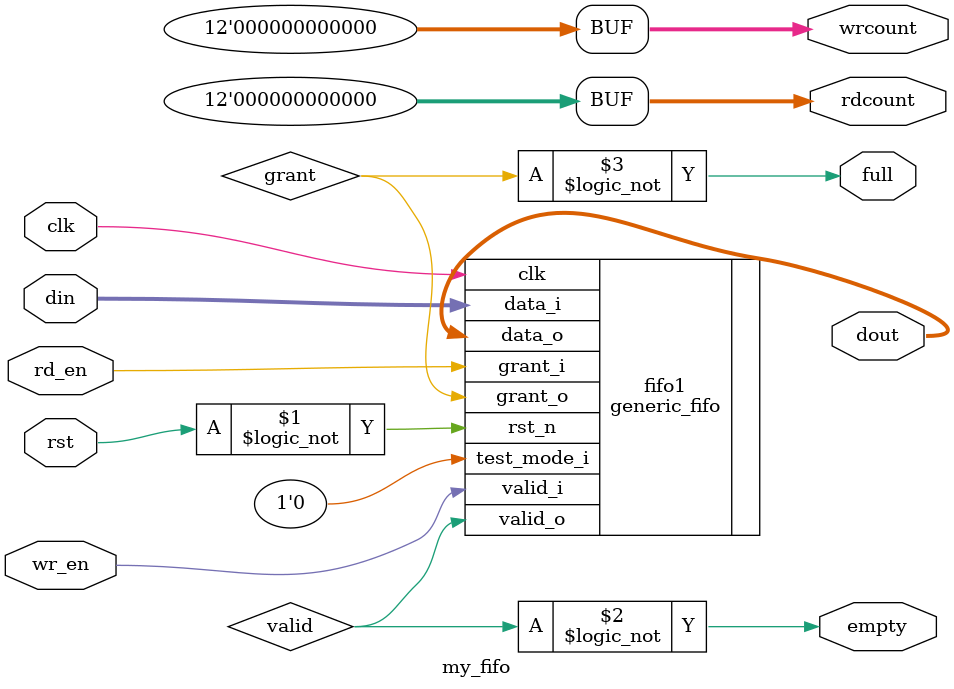
<source format=v>
`default_nettype none

  module my_fifo #(parameter width=9) (
                                       input wire              clk,
                                       input wire              rst,
                                       input wire [width-1:0]  din,
                                       input wire              wr_en,
                                       input wire              rd_en,
                                       output wire [width-1:0] dout,
                                       output wire             full,
                                       output wire             empty,
                                       output wire [11:0]      rdcount, // 12-bit output: Read count
                                       output wire [11:0]      wrcount // 12-bit output: Write count
                                       );

`ifdef FPGA

   wire [31:0]                                                 DO, DI;
   wire [3:0]                                                  DOP, DIP;
   
   assign dout = {DOP[width/9-1:0],DO[width/9*8-1:0]};
   assign DIP = din[width-1:width/9*8];
   assign DI = din[width/9*8-1:0];
   
   
   // FIFO18E1: 18Kb FIFO (First-In-First-Out) Block RAM Memory
   //           Artix-7
   // Xilinx HDL Language Template, version 2015.4

   generate
         if (width==36)
      begin:gen36
     
     FIFO18E1 #(
                .ALMOST_EMPTY_OFFSET(13'h0080),    // Sets the almost empty threshold
                .ALMOST_FULL_OFFSET(13'h0080),     // Sets almost full threshold
                .DATA_WIDTH(width),                // Sets data width to 4-36
                .DO_REG(1),                        // Enable output register (1-0) Must be 1 if EN_SYN = FALSE
                .EN_SYN("FALSE"),                  // Specifies FIFO as dual-clock (FALSE) or Synchronous (TRUE)
                .FIFO_MODE("FIFO18_36"),           // Sets mode to FIFO18 or FIFO18_36
                .FIRST_WORD_FALL_THROUGH("FALSE"), // Sets the FIFO FWFT to FALSE, TRUE
                .INIT(36'h000000000),              // Initial values on output port
                .SIM_DEVICE("7SERIES"),            // Must be set to "7SERIES" for simulation behavior
                .SRVAL(36'h000000000)              // Set/Reset value for output port
                )
      FIFO18E1_inst_36 (
                        // Read Data: 32-bit (each) output: Read output data
                        .DO(DO),                   // 32-bit output: Data output
                        .DOP(DOP),                 // 4-bit output: Parity data output
                        // Status: 1-bit (each) output: Flags and other FIFO status outputs
                        .ALMOSTEMPTY(),            // 1-bit output: Almost empty flag
                        .ALMOSTFULL(),             // 1-bit output: Almost full flag
                        .EMPTY(empty),             // 1-bit output: Empty flag
                        .FULL(full),               // 1-bit output: Full flag
                        .RDCOUNT(rdcount),         // 12-bit output: Read count
                        .RDERR(),                  // 1-bit output: Read error
                        .WRCOUNT(wrcount),         // 12-bit output: Write count
                        .WRERR(),                  // 1-bit output: Write error
                        // Read Control Signals: 1-bit (each) input: Read clock, enable and reset input signals
                        .RDCLK(clk),               // 1-bit input: Read clock
                        .RDEN(rd_en),              // 1-bit input: Read enable
                        .REGCE(1'b1),              // 1-bit input: Clock enable
                        .RSTREG(1'b0),             // 1-bit input: Asynchronous Reset
                        .RST(rst),                 // 1-bit input: Asynchronous Reset
                        // Write Control Signals: 1-bit (each) input: Write clock and enable input signals
                        .WRCLK(clk),               // 1-bit input: Write clock
                        .WREN(wr_en),              // 1-bit input: Write enable
                        // Write Data: 32-bit (each) input: Write input data
                        .DI(DI),                   // 32-bit input: Data input
                        .DIP(DIP)                  // 4-bit input: Parity input
                        );
         end
         else
           begin:genelse
     FIFO18E1 #(
                .ALMOST_EMPTY_OFFSET(13'h0080),    // Sets the almost empty threshold
                .ALMOST_FULL_OFFSET(13'h0080),     // Sets almost full threshold
                .DATA_WIDTH(width),                // Sets data width to 4-36
      .DO_REG(0),                        // Enable output register (1-0) Must be 1 if EN_SYN = FALSE
      .EN_SYN("TRUE"),                   // Specifies FIFO as dual-clock (FALSE) or Synchronous (TRUE)
                .FIFO_MODE("FIFO18"),              // Sets mode to FIFO18 or FIFO18_36
                .FIRST_WORD_FALL_THROUGH("FALSE"), // Sets the FIFO FWFT to FALSE, TRUE
                .INIT(36'h000000000),              // Initial values on output port
                .SIM_DEVICE("7SERIES"),            // Must be set to "7SERIES" for simulation behavior
                .SRVAL(36'h000000000)              // Set/Reset value for output port
                )
      FIFO18E1_inst_18 (
                        // Read Data: 32-bit (each) output: Read output data
                        .DO(DO),                   // 32-bit output: Data output
                        .DOP(DOP),                 // 4-bit output: Parity data output
                        // Status: 1-bit (each) output: Flags and other FIFO status outputs
                        .ALMOSTEMPTY(),            // 1-bit output: Almost empty flag
                        .ALMOSTFULL(),             // 1-bit output: Almost full flag
                        .EMPTY(empty),             // 1-bit output: Empty flag
                        .FULL(full),               // 1-bit output: Full flag
                        .RDCOUNT(rdcount),         // 12-bit output: Read count
                        .RDERR(),                  // 1-bit output: Read error
                        .WRCOUNT(wrcount),         // 12-bit output: Write count
                        .WRERR(),                  // 1-bit output: Write error
                        // Read Control Signals: 1-bit (each) input: Read clock, enable and reset input signals
                        .RDCLK(clk),               // 1-bit input: Read clock
                        .RDEN(rd_en),              // 1-bit input: Read enable
                        .REGCE(1'b1),              // 1-bit input: Clock enable
                        .RST(rst),                 // 1-bit input: Asynchronous Reset
                        .RSTREG(1'b0),             // 1-bit input: Output register set/reset
                        // Write Control Signals: 1-bit (each) input: Write clock and enable input signals
                        .WRCLK(clk),              // 1-bit input: Write clock
                        .WREN(wr_en),               // 1-bit input: Write enable
                        // Write Data: 32-bit (each) input: Write input data
                        .DI(DI),                   // 32-bit input: Data input
                        .DIP(DIP)                  // 4-bit input: Parity input
                        );
      end
   endgenerate

`else // !`ifdef FPGA

   wire grant, valid;
   
 generic_fifo
  #(
     .DATA_WIDTH(width),
     .DATA_DEPTH(512)
     )
   fifo1
   (
    .clk(clk),
    .rst_n(!rst),
    //PUSH SIDE
    .data_i(din),
    .valid_i(wr_en),
    .grant_o(grant),
    //POP SIDE
    .data_o(dout),
    .valid_o(valid),
    .grant_i(rd_en),
    .test_mode_i(1'b0)
    );

   assign empty = !valid;
   assign full = !grant;
   assign wrcount = 0;
   assign rdcount = 0;
   
`endif
   
endmodule
`default_nettype wire

</source>
